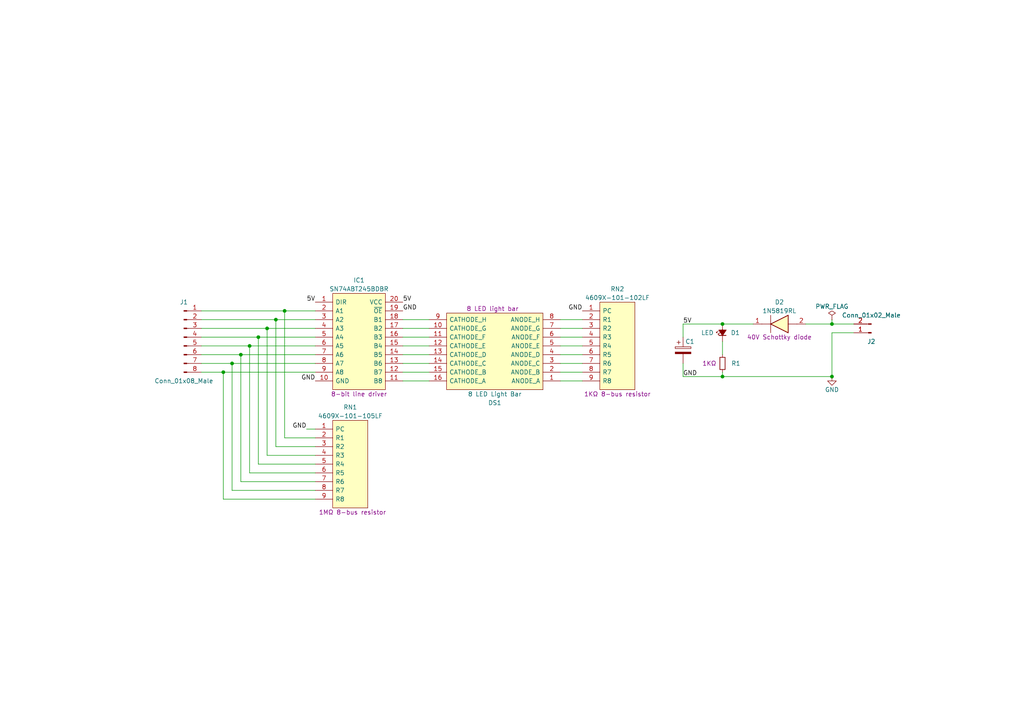
<source format=kicad_sch>
(kicad_sch (version 20211123) (generator eeschema)
  (paper "A4")
  (lib_symbols
    (symbol "Bourns:4609X-101-102LF" (pin_names (offset 0.762))
      (property "Reference" "RN" (at 10.16 6.35 0))
      (property "Value" "4609X-101-102LF" (at 10.16 3.81 0))
      (property "Description" "1KΩ 8-bus resistor" (at 10.16 -24.13 0))
      (symbol "4609X-101-102LF_0_0"
        (pin passive line (at 0 0 0) (length 5.08) (name "PC") (number "1"))
        (pin passive line (at 0 -2.54 0) (length 5.08) (name "R1") (number "2"))
        (pin passive line (at 0 -5.08 0) (length 5.08) (name "R2") (number "3"))
        (pin passive line (at 0 -7.62 0) (length 5.08) (name "R3") (number "4"))
        (pin passive line (at 0 -10.16 0) (length 5.08) (name "R4") (number "5"))
        (pin passive line (at 0 -12.7 0) (length 5.08) (name "R5") (number "6"))
        (pin passive line (at 0 -15.24 0) (length 5.08) (name "R6") (number "7"))
        (pin passive line (at 0 -17.78 0) (length 5.08) (name "R7") (number "8"))
        (pin passive line (at 0 -20.32 0) (length 5.08) (name "R8") (number "9"))
      )
      (symbol "4609X-101-102LF_0_1"
        (polyline (pts (xy 5.08 2.54) (xy 15.24 2.54) (xy 15.24 -22.86) (xy 5.08 -22.86) (xy 5.08 2.54)) (stroke (width 0.1524)) (fill (type background)))
      )
    )
    (symbol "Bourns:4609X-101-105LF" (pin_names (offset 0.762))
      (property "Reference" "RN" (at 10.16 6.35 0))
      (property "Value" "4609X-101-105LF" (at 10.16 3.81 0))
      (property "Description" "1MΩ 8-bus resistor" (at 10.795 -24.13 0))
      (symbol "4609X-101-105LF_0_0"
        (pin passive line (at 0 0 0) (length 5.08) (name "PC") (number "1"))
        (pin passive line (at 0 -2.54 0) (length 5.08) (name "R1") (number "2"))
        (pin passive line (at 0 -5.08 0) (length 5.08) (name "R2") (number "3"))
        (pin passive line (at 0 -7.62 0) (length 5.08) (name "R3") (number "4"))
        (pin passive line (at 0 -10.16 0) (length 5.08) (name "R4") (number "5"))
        (pin passive line (at 0 -12.7 0) (length 5.08) (name "R5") (number "6"))
        (pin passive line (at 0 -15.24 0) (length 5.08) (name "R6") (number "7"))
        (pin passive line (at 0 -17.78 0) (length 5.08) (name "R7") (number "8"))
        (pin passive line (at 0 -20.32 0) (length 5.08) (name "R8") (number "9"))
      )
      (symbol "4609X-101-105LF_0_1"
        (polyline (pts (xy 5.08 2.54) (xy 15.24 2.54) (xy 15.24 -22.86) (xy 5.08 -22.86) (xy 5.08 2.54)) (stroke (width 0.1524)) (fill (type background)))
      )
    )
    (symbol "Connector:Conn_01x02_Male" (pin_names (offset 1.016) hide)
      (property "Reference" "J" (at 0 2.54 0))
      (property "Value" "Conn_01x02_Male" (at 0 -5.08 0))
      (symbol "Conn_01x02_Male_1_1"
        (polyline (pts (xy 1.27 -2.54) (xy 0.8636 -2.54)) (stroke (width 0.1524)))
        (polyline (pts (xy 1.27 0) (xy 0.8636 0)) (stroke (width 0.1524)))
        (rectangle (start 0.8636 -2.413) (end 0 -2.667) (stroke (width 0.1524)) (fill (type outline)))
        (rectangle (start 0.8636 0.127) (end 0 -0.127) (stroke (width 0.1524)) (fill (type outline)))
        (pin passive line (at 5.08 0 180) (length 3.81) (name "Pin_1") (number "1"))
        (pin passive line (at 5.08 -2.54 180) (length 3.81) (name "Pin_2") (number "2"))
      )
    )
    (symbol "Connector:Conn_01x08_Male" (pin_names (offset 1.016) hide)
      (property "Reference" "J" (at 0 10.16 0))
      (property "Value" "Conn_01x08_Male" (at 0 -12.7 0))
      (symbol "Conn_01x08_Male_1_1"
        (polyline (pts (xy 1.27 -10.16) (xy 0.8636 -10.16)) (stroke (width 0.1524)))
        (polyline (pts (xy 1.27 -7.62) (xy 0.8636 -7.62)) (stroke (width 0.1524)))
        (polyline (pts (xy 1.27 -5.08) (xy 0.8636 -5.08)) (stroke (width 0.1524)))
        (polyline (pts (xy 1.27 -2.54) (xy 0.8636 -2.54)) (stroke (width 0.1524)))
        (polyline (pts (xy 1.27 0) (xy 0.8636 0)) (stroke (width 0.1524)))
        (polyline (pts (xy 1.27 2.54) (xy 0.8636 2.54)) (stroke (width 0.1524)))
        (polyline (pts (xy 1.27 5.08) (xy 0.8636 5.08)) (stroke (width 0.1524)))
        (polyline (pts (xy 1.27 7.62) (xy 0.8636 7.62)) (stroke (width 0.1524)))
        (rectangle (start 0.8636 -10.033) (end 0 -10.287) (stroke (width 0.1524)) (fill (type outline)))
        (rectangle (start 0.8636 -7.493) (end 0 -7.747) (stroke (width 0.1524)) (fill (type outline)))
        (rectangle (start 0.8636 -4.953) (end 0 -5.207) (stroke (width 0.1524)) (fill (type outline)))
        (rectangle (start 0.8636 -2.413) (end 0 -2.667) (stroke (width 0.1524)) (fill (type outline)))
        (rectangle (start 0.8636 0.127) (end 0 -0.127) (stroke (width 0.1524)) (fill (type outline)))
        (rectangle (start 0.8636 2.667) (end 0 2.413) (stroke (width 0.1524)) (fill (type outline)))
        (rectangle (start 0.8636 5.207) (end 0 4.953) (stroke (width 0.1524)) (fill (type outline)))
        (rectangle (start 0.8636 7.747) (end 0 7.493) (stroke (width 0.1524)) (fill (type outline)))
        (pin passive line (at 5.08 7.62 180) (length 3.81) (name "Pin_1") (number "1"))
        (pin passive line (at 5.08 5.08 180) (length 3.81) (name "Pin_2") (number "2"))
        (pin passive line (at 5.08 2.54 180) (length 3.81) (name "Pin_3") (number "3"))
        (pin passive line (at 5.08 0 180) (length 3.81) (name "Pin_4") (number "4"))
        (pin passive line (at 5.08 -2.54 180) (length 3.81) (name "Pin_5") (number "5"))
        (pin passive line (at 5.08 -5.08 180) (length 3.81) (name "Pin_6") (number "6"))
        (pin passive line (at 5.08 -7.62 180) (length 3.81) (name "Pin_7") (number "7"))
        (pin passive line (at 5.08 -10.16 180) (length 3.81) (name "Pin_8") (number "8"))
      )
    )
    (symbol "Device:C_Polarized" (pin_numbers hide) (pin_names (offset 0.254))
      (property "Reference" "C" (at 0.635 2.54 0))
      (property "Value" "C_Polarized" (at 0.635 -2.54 0))
      (symbol "C_Polarized_0_1"
        (rectangle (start -2.286 0.508) (end 2.286 1.016))
        (polyline (pts (xy -1.778 2.286) (xy -0.762 2.286)))
        (polyline (pts (xy -1.27 2.794) (xy -1.27 1.778)))
        (rectangle (start 2.286 -0.508) (end -2.286 -1.016) (fill (type outline)))
      )
      (symbol "C_Polarized_1_1"
        (pin passive line (at 0 3.81 270) (length 2.794) (name "~") (number "1"))
        (pin passive line (at 0 -3.81 90) (length 2.794) (name "~") (number "2"))
      )
    )
    (symbol "Device:LED_Small_Filled" (pin_numbers hide) (pin_names (offset 0.254) hide)
      (property "Reference" "D" (at -1.27 3.175 0))
      (property "Value" "LED_Small_Filled" (at -4.445 -2.54 0))
      (symbol "LED_Small_Filled_0_1"
        (polyline (pts (xy -0.762 -1.016) (xy -0.762 1.016)) (stroke (width 0.254)))
        (polyline (pts (xy 1.016 0) (xy -0.762 0)))
        (polyline (pts (xy 0.762 -1.016) (xy -0.762 0) (xy 0.762 1.016) (xy 0.762 -1.016)) (stroke (width 0.254)) (fill (type outline)))
        (polyline (pts (xy 0 0.762) (xy -0.508 1.27) (xy -0.254 1.27) (xy -0.508 1.27) (xy -0.508 1.016)))
        (polyline (pts (xy 0.508 1.27) (xy 0 1.778) (xy 0.254 1.778) (xy 0 1.778) (xy 0 1.524)))
      )
      (symbol "LED_Small_Filled_1_1"
        (pin passive line (at -2.54 0 0) (length 1.778) (name "K") (number "1"))
        (pin passive line (at 2.54 0 180) (length 1.778) (name "A") (number "2"))
      )
    )
    (symbol "Device:R_Small" (pin_numbers hide) (pin_names (offset 0.254) hide)
      (property "Reference" "R" (at 0.762 0.508 0))
      (property "Value" "R_Small" (at 0.762 -1.016 0))
      (symbol "R_Small_0_1"
        (rectangle (start -0.762 1.778) (end 0.762 -1.778) (stroke (width 0.2032)))
      )
      (symbol "R_Small_1_1"
        (pin passive line (at 0 2.54 270) (length 0.762) (name "~") (number "1"))
        (pin passive line (at 0 -2.54 90) (length 0.762) (name "~") (number "2"))
      )
    )
    (symbol "Osram:8 LED Light Bar" (pin_names (offset 0.762))
      (property "Reference" "DS" (at 19.05 6.35 0))
      (property "Value" "8 LED Light Bar" (at 19.05 3.81 0))
      (property "Description" "8 LED light bar" (at 19.685 -20.955 0))
      (symbol "8 LED Light Bar_0_0"
        (pin passive line (at 0 0 0) (length 5.08) (name "ANODE_A") (number "1"))
        (pin passive line (at 38.1 -15.24 180) (length 5.08) (name "CATHODE_G") (number "10"))
        (pin passive line (at 38.1 -12.7 180) (length 5.08) (name "CATHODE_F") (number "11"))
        (pin passive line (at 38.1 -10.16 180) (length 5.08) (name "CATHODE_E") (number "12"))
        (pin passive line (at 38.1 -7.62 180) (length 5.08) (name "CATHODE_D") (number "13"))
        (pin passive line (at 38.1 -5.08 180) (length 5.08) (name "CATHODE_C") (number "14"))
        (pin passive line (at 38.1 -2.54 180) (length 5.08) (name "CATHODE_B") (number "15"))
        (pin passive line (at 38.1 0 180) (length 5.08) (name "CATHODE_A") (number "16"))
        (pin passive line (at 0 -2.54 0) (length 5.08) (name "ANODE_B") (number "2"))
        (pin passive line (at 0 -5.08 0) (length 5.08) (name "ANODE_C") (number "3"))
        (pin passive line (at 0 -7.62 0) (length 5.08) (name "ANODE_D") (number "4"))
        (pin passive line (at 0 -10.16 0) (length 5.08) (name "ANODE_E") (number "5"))
        (pin passive line (at 0 -12.7 0) (length 5.08) (name "ANODE_F") (number "6"))
        (pin passive line (at 0 -15.24 0) (length 5.08) (name "ANODE_G") (number "7"))
        (pin passive line (at 0 -17.78 0) (length 5.08) (name "ANODE_H") (number "8"))
        (pin passive line (at 38.1 -17.78 180) (length 5.08) (name "CATHODE_H") (number "9"))
      )
      (symbol "8 LED Light Bar_0_1"
        (polyline (pts (xy 5.08 2.54) (xy 33.02 2.54) (xy 33.02 -19.685) (xy 5.08 -19.685) (xy 5.08 2.54)) (stroke (width 0.1524)) (fill (type background)))
      )
    )
    (symbol "ST_Microelectronics:1N5819RL" (pin_names (offset 0.762))
      (property "Reference" "D" (at 7.62 6.35 0))
      (property "Value" "1N5819RL" (at 7.62 3.81 0))
      (property "Description" "40V Schottky diode" (at 7.62 -3.81 0))
      (symbol "1N5819RL_0_0"
        (pin passive line (at 0 0 0) (length 2.54) (name "~") (number "1"))
        (pin passive line (at 15.24 0 180) (length 2.54) (name "~") (number "2"))
      )
      (symbol "1N5819RL_0_1"
        (polyline (pts (xy 2.54 0) (xy 5.08 0)) (stroke (width 0.1524)))
        (polyline (pts (xy 5.08 2.54) (xy 5.08 -2.54)) (stroke (width 0.1524)))
        (polyline (pts (xy 10.16 0) (xy 12.7 0)) (stroke (width 0.1524)))
        (polyline (pts (xy 5.08 0) (xy 10.16 2.54) (xy 10.16 -2.54) (xy 5.08 0)) (stroke (width 0.254)) (fill (type background)))
      )
    )
    (symbol "Texas_Instruments:SN74ABT245BDBR" (pin_names (offset 0.762))
      (property "Reference" "IC" (at 12.7 6.35 0))
      (property "Value" "SN74ABT245BDBR" (at 12.7 3.81 0))
      (property "Description" "8-bit line driver" (at 12.7 -26.67 0))
      (symbol "SN74ABT245BDBR_0_0"
        (pin passive line (at 0 0 0) (length 5.08) (name "DIR") (number "1"))
        (pin passive line (at 0 -22.86 0) (length 5.08) (name "GND") (number "10"))
        (pin passive line (at 25.4 -22.86 180) (length 5.08) (name "B8") (number "11"))
        (pin passive line (at 25.4 -20.32 180) (length 5.08) (name "B7") (number "12"))
        (pin passive line (at 25.4 -17.78 180) (length 5.08) (name "B6") (number "13"))
        (pin passive line (at 25.4 -15.24 180) (length 5.08) (name "B5") (number "14"))
        (pin passive line (at 25.4 -12.7 180) (length 5.08) (name "B4") (number "15"))
        (pin passive line (at 25.4 -10.16 180) (length 5.08) (name "B3") (number "16"))
        (pin passive line (at 25.4 -7.62 180) (length 5.08) (name "B2") (number "17"))
        (pin passive line (at 25.4 -5.08 180) (length 5.08) (name "B1") (number "18"))
        (pin passive line (at 25.4 -2.54 180) (length 5.08) (name "~{OE}") (number "19"))
        (pin passive line (at 0 -2.54 0) (length 5.08) (name "A1") (number "2"))
        (pin passive line (at 25.4 0 180) (length 5.08) (name "VCC") (number "20"))
        (pin passive line (at 0 -5.08 0) (length 5.08) (name "A2") (number "3"))
        (pin passive line (at 0 -7.62 0) (length 5.08) (name "A3") (number "4"))
        (pin passive line (at 0 -10.16 0) (length 5.08) (name "A4") (number "5"))
        (pin passive line (at 0 -12.7 0) (length 5.08) (name "A5") (number "6"))
        (pin passive line (at 0 -15.24 0) (length 5.08) (name "A6") (number "7"))
        (pin passive line (at 0 -17.78 0) (length 5.08) (name "A7") (number "8"))
        (pin passive line (at 0 -20.32 0) (length 5.08) (name "A8") (number "9"))
      )
      (symbol "SN74ABT245BDBR_0_1"
        (polyline (pts (xy 5.08 2.54) (xy 20.32 2.54) (xy 20.32 -25.4) (xy 5.08 -25.4) (xy 5.08 2.54)) (stroke (width 0.1524)) (fill (type background)))
      )
    )
    (symbol "power:GND" (power) (pin_names (offset 0))
      (property "Value" "GND" (at 0 -3.81 0))
      (symbol "GND_0_1"
        (polyline (pts (xy 0 0) (xy 0 -1.27) (xy 1.27 -1.27) (xy 0 -2.54) (xy -1.27 -1.27) (xy 0 -1.27)))
      )
      (symbol "GND_1_1"
        (pin power_in line (at 0 0 270) (length 0) hide (name "GND") (number "1"))
      )
    )
    (symbol "power:PWR_FLAG" (power) (pin_numbers hide) (pin_names (offset 0) hide)
      (property "Value" "PWR_FLAG" (at 0 3.81 0))
      (symbol "PWR_FLAG_0_0"
        (pin power_out line (at 0 0 90) (length 0) (name "pwr") (number "1"))
      )
      (symbol "PWR_FLAG_0_1"
        (polyline (pts (xy 0 0) (xy 0 1.27) (xy -1.016 1.905) (xy 0 2.54) (xy 1.016 1.905) (xy 0 1.27)))
      )
    )
  )
  (junction (at 82.55 90.17))
  (junction (at 72.39 100.33))
  (junction (at 241.3 93.98))
  (junction (at 209.55 109.22))
  (junction (at 241.3 109.22))
  (junction (at 74.93 97.79))
  (junction (at 77.47 95.25))
  (junction (at 209.55 93.98))
  (junction (at 69.85 102.87))
  (junction (at 67.31 105.41))
  (junction (at 80.01 92.71))
  (junction (at 64.77 107.95))
  (wire (pts (xy 168.91 95.25) (xy 162.56 95.25)))
  (wire (pts (xy 67.31 142.24) (xy 67.31 105.41)))
  (wire (pts (xy 74.93 134.62) (xy 91.44 134.62)))
  (wire (pts (xy 67.31 105.41) (xy 58.42 105.41)))
  (wire (pts (xy 77.47 132.08) (xy 91.44 132.08)))
  (wire (pts (xy 72.39 137.16) (xy 91.44 137.16)))
  (wire (pts (xy 82.55 127) (xy 82.55 90.17)))
  (wire (pts (xy 168.91 92.71) (xy 162.56 92.71)))
  (wire (pts (xy 64.77 144.78) (xy 91.44 144.78)))
  (wire (pts (xy 58.42 107.95) (xy 64.77 107.95)))
  (wire (pts (xy 124.46 100.33) (xy 116.84 100.33)))
  (wire (pts (xy 58.42 95.25) (xy 77.47 95.25)))
  (wire (pts (xy 58.42 100.33) (xy 72.39 100.33)))
  (wire (pts (xy 124.46 110.49) (xy 116.84 110.49)))
  (wire (pts (xy 91.44 90.17) (xy 82.55 90.17)))
  (wire (pts (xy 124.46 97.79) (xy 116.84 97.79)))
  (wire (pts (xy 91.44 97.79) (xy 74.93 97.79)))
  (wire (pts (xy 168.91 110.49) (xy 162.56 110.49)))
  (wire (pts (xy 241.3 109.22) (xy 209.55 109.22)))
  (wire (pts (xy 72.39 137.16) (xy 72.39 100.33)))
  (wire (pts (xy 69.85 139.7) (xy 69.85 102.87)))
  (wire (pts (xy 209.55 93.98) (xy 218.44 93.98)))
  (wire (pts (xy 168.91 97.79) (xy 162.56 97.79)))
  (wire (pts (xy 209.55 99.06) (xy 209.55 102.87)))
  (wire (pts (xy 209.55 93.98) (xy 198.12 93.98)))
  (wire (pts (xy 241.3 92.71) (xy 241.3 93.98)))
  (wire (pts (xy 80.01 129.54) (xy 80.01 92.71)))
  (wire (pts (xy 58.42 97.79) (xy 74.93 97.79)))
  (wire (pts (xy 82.55 127) (xy 91.44 127)))
  (wire (pts (xy 168.91 105.41) (xy 162.56 105.41)))
  (wire (pts (xy 91.44 92.71) (xy 80.01 92.71)))
  (wire (pts (xy 241.3 96.52) (xy 247.65 96.52)))
  (wire (pts (xy 74.93 134.62) (xy 74.93 97.79)))
  (wire (pts (xy 88.9 124.46) (xy 91.44 124.46)))
  (wire (pts (xy 241.3 96.52) (xy 241.3 109.22)))
  (wire (pts (xy 58.42 90.17) (xy 82.55 90.17)))
  (wire (pts (xy 124.46 107.95) (xy 116.84 107.95)))
  (wire (pts (xy 91.44 102.87) (xy 69.85 102.87)))
  (wire (pts (xy 91.44 100.33) (xy 72.39 100.33)))
  (wire (pts (xy 91.44 107.95) (xy 64.77 107.95)))
  (wire (pts (xy 168.91 107.95) (xy 162.56 107.95)))
  (wire (pts (xy 77.47 132.08) (xy 77.47 95.25)))
  (wire (pts (xy 198.12 109.22) (xy 198.12 105.41)))
  (wire (pts (xy 91.44 95.25) (xy 77.47 95.25)))
  (wire (pts (xy 124.46 102.87) (xy 116.84 102.87)))
  (wire (pts (xy 209.55 109.22) (xy 209.55 107.95)))
  (wire (pts (xy 168.91 100.33) (xy 162.56 100.33)))
  (wire (pts (xy 209.55 109.22) (xy 198.12 109.22)))
  (wire (pts (xy 168.91 102.87) (xy 162.56 102.87)))
  (wire (pts (xy 64.77 144.78) (xy 64.77 107.95)))
  (wire (pts (xy 67.31 142.24) (xy 91.44 142.24)))
  (wire (pts (xy 124.46 95.25) (xy 116.84 95.25)))
  (wire (pts (xy 80.01 129.54) (xy 91.44 129.54)))
  (wire (pts (xy 241.3 93.98) (xy 247.65 93.98)))
  (wire (pts (xy 58.42 102.87) (xy 69.85 102.87)))
  (wire (pts (xy 124.46 105.41) (xy 116.84 105.41)))
  (wire (pts (xy 58.42 92.71) (xy 80.01 92.71)))
  (wire (pts (xy 69.85 139.7) (xy 91.44 139.7)))
  (wire (pts (xy 233.68 93.98) (xy 241.3 93.98)))
  (wire (pts (xy 124.46 92.71) (xy 116.84 92.71)))
  (wire (pts (xy 198.12 93.98) (xy 198.12 97.79)))
  (wire (pts (xy 91.44 105.41) (xy 67.31 105.41)))
  (label "5V" (at 91.44 87.63 180))
  (label "GND" (at 198.12 109.22 0))
  (label "GND" (at 88.9 124.46 180))
  (label "GND" (at 116.84 90.17 0))
  (label "GND" (at 91.44 110.49 180))
  (label "5V" (at 198.12 93.98 0))
  (label "GND" (at 168.91 90.17 180))
  (label "5V" (at 116.84 87.63 0))
  (symbol (lib_id "Texas_Instruments:SN74ABT245BDBR") (at 91.44 87.63 0) (unit 1)
    (property "Reference" "IC1" (at 104.14 81.28 0))
    (property "Value" "SN74ABT245BDBR" (at 104.14 83.82 0))
    (property "Footprint" "SOP65P780X200-20N" (effects hide))
    (property "Datasheet" "http://www.ti.com/lit/gpn/sn74abt245b" (effects hide))
    (property "Description" "8-bit line driver" (at 104.14 114.3 0))
    (property "Height" "2" (effects hide))
    (property "Manufacturer_Name" "Texas Instruments" (effects hide))
    (property "Manufacturer_Part_Number" "SN74ABT245BDBR" (effects hide))
    (property "Mouser Part Number" "595-SN74ABT245BDBR" (effects hide))
    (property "Mouser Price/Stock" "https://www.mouser.co.uk/ProductDetail/Texas-Instruments/SN74ABT245BDBR?qs=5nGYs9Do7G0kvriH65mtcg%3D%3D" (effects hide))
    (property "Arrow Part Number" "SN74ABT245BDBR" (effects hide))
    (property "Arrow Price/Stock" "https://www.arrow.com/en/products/sn74abt245bdbr/texas-instruments" (effects hide))
  )
  (symbol (lib_id "Device:LED_Small_Filled") (at 209.55 96.52 90) (unit 1)
    (property "Reference" "D1" (at 214.63 96.52 90) (effects (justify left)))
    (property "Value" "LED" (at 207.01 96.52 90) (effects (justify left)))
    (property "Footprint" "LED_THT:LED_D5.0mm" (effects hide))
  )
  (symbol (lib_id "power:PWR_FLAG") (at 241.3 92.71 0) (unit 1)
    (property "Reference" "#FLG01" (effects hide))
    (property "Value" "PWR_FLAG" (at 241.3 88.9 0))
  )
  (symbol (lib_id "ST_Microelectronics:1N5819RL") (at 218.44 93.98 0) (unit 1)
    (property "Reference" "D2" (at 226.06 87.63 0))
    (property "Value" "1N5819RL" (at 226.06 90.17 0))
    (property "Footprint" "DIOAD1414W86L464D238" (effects hide))
    (property "Datasheet" "http://www.st.com/web/en/resource/technical/document/datasheet/CD00001625.pdf" (effects hide))
    (property "Description" "40V Schottky diode" (at 226.06 97.79 0))
    (property "Manufacturer_Name" "STMicroelectronics" (effects hide))
    (property "Manufacturer_Part_Number" "1N5819RL" (effects hide))
    (property "Mouser Part Number" "511-1N5819-TR" (effects hide))
    (property "Mouser Price/Stock" "https://www.mouser.co.uk/ProductDetail/STMicroelectronics/1N5819RL?qs=mRqUSD7FX17%2FYMiCEfKDjA%3D%3D" (effects hide))
    (property "Arrow Part Number" "1N5819RL" (effects hide))
    (property "Arrow Price/Stock" "https://www.arrow.com/en/products/1n5819rl/stmicroelectronics?region=europe" (effects hide))
  )
  (symbol (lib_id "Connector:Conn_01x02_Male") (at 252.73 96.52 180) (unit 1)
    (property "Reference" "J2" (at 252.73 99.06 0))
    (property "Value" "Conn_01x02_Male" (at 252.73 91.44 0))
    (property "Footprint" "Connector_PinHeader_2.54mm:PinHeader_1x02_P2.54mm_Horizontal" (effects hide))
  )
  (symbol (lib_id "Bourns:4609X-101-105LF") (at 91.44 124.46 0) (unit 1)
    (property "Reference" "RN1" (at 101.6 118.11 0))
    (property "Value" "4609X-101-105LF" (at 101.6 120.65 0))
    (property "Footprint" "4609X" (effects hide))
    (property "Datasheet" "https://www.bourns.com/pdfs/4600X.pdf" (effects hide))
    (property "Description" "1MΩ 8-bus resistor" (at 102.235 148.59 0))
    (property "Manufacturer_Name" "Bourns" (effects hide))
    (property "Manufacturer_Part_Number" "4609X-101-105LF" (effects hide))
    (property "Mouser Part Number" "652-4609X-1LF-1M" (effects hide))
    (property "Mouser Price/Stock" "https://www.mouser.com/Search/Refine.aspx?Keyword=652-4609X-1LF-1M" (effects hide))
    (property "Arrow Part Number" "4609X-101-105LF" (effects hide))
    (property "Arrow Price/Stock" "https://www.arrow.com/en/products/4609x-101-105lf/bourns?region=europe" (effects hide))
  )
  (symbol (lib_id "power:GND") (at 241.3 109.22 0) (unit 1)
    (property "Reference" "#PWR01" (effects hide))
    (property "Value" "GND" (at 241.3 113.03 0))
  )
  (symbol (lib_id "Device:C_Polarized") (at 198.12 101.6 0) (unit 1)
    (property "Reference" "C1" (at 198.755 99.06 0) (effects (justify left)))
    (property "Value" "C_Polarized" (effects hide))
    (property "Footprint" "Capacitor_THT:CP_Radial_D4.0mm_P1.50mm" (effects hide))
  )
  (symbol (lib_id "Device:R_Small") (at 209.55 105.41 0) (unit 1)
    (property "Reference" "R1" (at 212.09 105.41 0) (effects (justify left)))
    (property "Value" "R_Small" (effects hide))
    (property "Footprint" "Resistor_THT:R_Axial_DIN0207_L6.3mm_D2.5mm_P7.62mm_Horizontal" (effects hide))
    (property "Resistance" "1KΩ" (at 205.74 105.41 0))
  )
  (symbol (lib_id "Bourns:4609X-101-102LF") (at 168.91 90.17 0) (unit 1)
    (property "Reference" "RN2" (at 179.07 83.82 0))
    (property "Value" "4609X-101-102LF" (at 179.07 86.36 0))
    (property "Footprint" "4609X101102LF" (effects hide))
    (property "Datasheet" "https://www.mouser.com/datasheet/2/54/4600x-776645.pdf" (effects hide))
    (property "Description" "1KΩ 8-bus resistor" (at 179.07 114.3 0))
    (property "Height" "5.08" (effects hide))
    (property "Manufacturer_Name" "Bourns" (effects hide))
    (property "Manufacturer_Part_Number" "4609X-101-102LF" (effects hide))
    (property "Mouser Part Number" "652-4609X-1LF-1K" (effects hide))
    (property "Mouser Price/Stock" "https://www.mouser.co.uk/ProductDetail/Bourns/4609X-101-102LF?qs=nFt9sTYf7TAKYPPrg1sLvw%3D%3D" (effects hide))
    (property "Arrow Part Number" "4609X-101-102LF" (effects hide))
    (property "Arrow Price/Stock" "https://www.arrow.com/en/products/4609x-101-102lf/bourns?region=europe" (effects hide))
  )
  (symbol (lib_id "Osram:8 LED Light Bar") (at 162.56 110.49 180) (unit 1)
    (property "Reference" "DS1" (at 143.51 116.84 0))
    (property "Value" "8 LED Light Bar" (at 143.51 114.3 0))
    (property "Footprint" "DIPS762W61P254L2540H635Q20N" (effects hide))
    (property "Datasheet" "https://datasheet.datasheetarchive.com/originals/distributors/Datasheets-6/DSA-115789.pdf" (effects hide))
    (property "Description" "8 LED light bar" (at 142.875 89.535 0))
    (property "Height" "6.35" (effects hide))
    (property "Manufacturer_Name" "Avago Technologies" (effects hide))
    (property "Manufacturer_Part_Number" "HDSP-4830" (effects hide))
    (property "Mouser Part Number" "630-HDSP-4830" (effects hide))
    (property "Mouser Price/Stock" "https://www.mouser.co.uk/ProductDetail/Broadcom-Avago/HDSP-4830?qs=pQfy5%252BKCabIzUgkQ3%2FJOEw%3D%3D" (effects hide))
  )
  (symbol (lib_id "Connector:Conn_01x08_Male") (at 53.34 97.79 0) (unit 1)
    (property "Reference" "J1" (at 53.34 87.63 0))
    (property "Value" "Conn_01x08_Male" (at 53.34 110.49 0))
    (property "Footprint" "Connector_PinHeader_2.54mm:PinHeader_1x08_P2.54mm_Vertical" (effects hide))
  )
)
</source>
